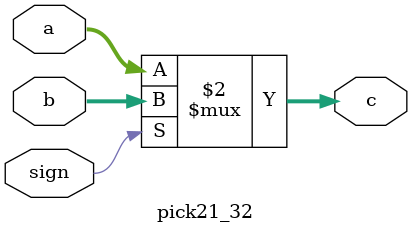
<source format=v>
`timescale 1ns / 1ps


module pick21_32(
    input [31:0] a,
    input [31:0] b,
    input sign,
    output [31:0] c
    );
    assign c = (sign == 0) ? a : b;
endmodule

</source>
